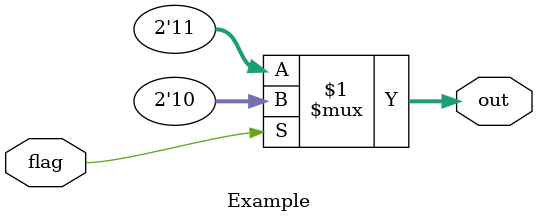
<source format=v>
module Example(flag, out);
    output wire [1:0] out;
    input wire flag;
    assign out = flag ? 2'b10 : 2'b11;
endmodule

</source>
